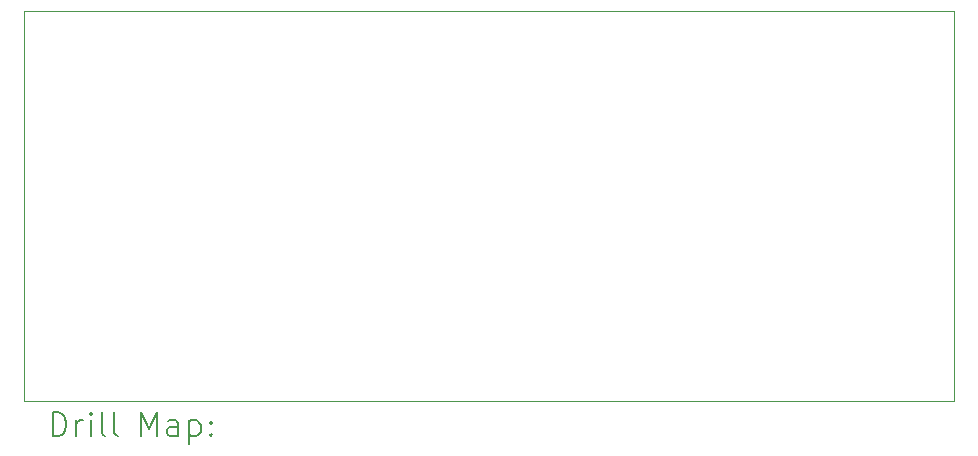
<source format=gbr>
%TF.GenerationSoftware,KiCad,Pcbnew,(7.0.0)*%
%TF.CreationDate,2024-01-29T13:38:34-05:00*%
%TF.ProjectId,VCO,56434f2e-6b69-4636-9164-5f7063625858,rev?*%
%TF.SameCoordinates,Original*%
%TF.FileFunction,Drillmap*%
%TF.FilePolarity,Positive*%
%FSLAX45Y45*%
G04 Gerber Fmt 4.5, Leading zero omitted, Abs format (unit mm)*
G04 Created by KiCad (PCBNEW (7.0.0)) date 2024-01-29 13:38:34*
%MOMM*%
%LPD*%
G01*
G04 APERTURE LIST*
%ADD10C,0.100000*%
%ADD11C,0.200000*%
G04 APERTURE END LIST*
D10*
X9144000Y-7874000D02*
X17018000Y-7874000D01*
X17018000Y-7874000D02*
X17018000Y-11176000D01*
X17018000Y-11176000D02*
X9144000Y-11176000D01*
X9144000Y-11176000D02*
X9144000Y-7874000D01*
D11*
X9386619Y-11474476D02*
X9386619Y-11274476D01*
X9386619Y-11274476D02*
X9434238Y-11274476D01*
X9434238Y-11274476D02*
X9462810Y-11284000D01*
X9462810Y-11284000D02*
X9481857Y-11303048D01*
X9481857Y-11303048D02*
X9491381Y-11322095D01*
X9491381Y-11322095D02*
X9500905Y-11360190D01*
X9500905Y-11360190D02*
X9500905Y-11388762D01*
X9500905Y-11388762D02*
X9491381Y-11426857D01*
X9491381Y-11426857D02*
X9481857Y-11445905D01*
X9481857Y-11445905D02*
X9462810Y-11464952D01*
X9462810Y-11464952D02*
X9434238Y-11474476D01*
X9434238Y-11474476D02*
X9386619Y-11474476D01*
X9586619Y-11474476D02*
X9586619Y-11341143D01*
X9586619Y-11379238D02*
X9596143Y-11360190D01*
X9596143Y-11360190D02*
X9605667Y-11350667D01*
X9605667Y-11350667D02*
X9624714Y-11341143D01*
X9624714Y-11341143D02*
X9643762Y-11341143D01*
X9710429Y-11474476D02*
X9710429Y-11341143D01*
X9710429Y-11274476D02*
X9700905Y-11284000D01*
X9700905Y-11284000D02*
X9710429Y-11293524D01*
X9710429Y-11293524D02*
X9719952Y-11284000D01*
X9719952Y-11284000D02*
X9710429Y-11274476D01*
X9710429Y-11274476D02*
X9710429Y-11293524D01*
X9834238Y-11474476D02*
X9815190Y-11464952D01*
X9815190Y-11464952D02*
X9805667Y-11445905D01*
X9805667Y-11445905D02*
X9805667Y-11274476D01*
X9939000Y-11474476D02*
X9919952Y-11464952D01*
X9919952Y-11464952D02*
X9910429Y-11445905D01*
X9910429Y-11445905D02*
X9910429Y-11274476D01*
X10135190Y-11474476D02*
X10135190Y-11274476D01*
X10135190Y-11274476D02*
X10201857Y-11417333D01*
X10201857Y-11417333D02*
X10268524Y-11274476D01*
X10268524Y-11274476D02*
X10268524Y-11474476D01*
X10449476Y-11474476D02*
X10449476Y-11369714D01*
X10449476Y-11369714D02*
X10439952Y-11350667D01*
X10439952Y-11350667D02*
X10420905Y-11341143D01*
X10420905Y-11341143D02*
X10382809Y-11341143D01*
X10382809Y-11341143D02*
X10363762Y-11350667D01*
X10449476Y-11464952D02*
X10430429Y-11474476D01*
X10430429Y-11474476D02*
X10382809Y-11474476D01*
X10382809Y-11474476D02*
X10363762Y-11464952D01*
X10363762Y-11464952D02*
X10354238Y-11445905D01*
X10354238Y-11445905D02*
X10354238Y-11426857D01*
X10354238Y-11426857D02*
X10363762Y-11407809D01*
X10363762Y-11407809D02*
X10382809Y-11398286D01*
X10382809Y-11398286D02*
X10430429Y-11398286D01*
X10430429Y-11398286D02*
X10449476Y-11388762D01*
X10544714Y-11341143D02*
X10544714Y-11541143D01*
X10544714Y-11350667D02*
X10563762Y-11341143D01*
X10563762Y-11341143D02*
X10601857Y-11341143D01*
X10601857Y-11341143D02*
X10620905Y-11350667D01*
X10620905Y-11350667D02*
X10630429Y-11360190D01*
X10630429Y-11360190D02*
X10639952Y-11379238D01*
X10639952Y-11379238D02*
X10639952Y-11436381D01*
X10639952Y-11436381D02*
X10630429Y-11455428D01*
X10630429Y-11455428D02*
X10620905Y-11464952D01*
X10620905Y-11464952D02*
X10601857Y-11474476D01*
X10601857Y-11474476D02*
X10563762Y-11474476D01*
X10563762Y-11474476D02*
X10544714Y-11464952D01*
X10725667Y-11455428D02*
X10735190Y-11464952D01*
X10735190Y-11464952D02*
X10725667Y-11474476D01*
X10725667Y-11474476D02*
X10716143Y-11464952D01*
X10716143Y-11464952D02*
X10725667Y-11455428D01*
X10725667Y-11455428D02*
X10725667Y-11474476D01*
X10725667Y-11350667D02*
X10735190Y-11360190D01*
X10735190Y-11360190D02*
X10725667Y-11369714D01*
X10725667Y-11369714D02*
X10716143Y-11360190D01*
X10716143Y-11360190D02*
X10725667Y-11350667D01*
X10725667Y-11350667D02*
X10725667Y-11369714D01*
M02*

</source>
